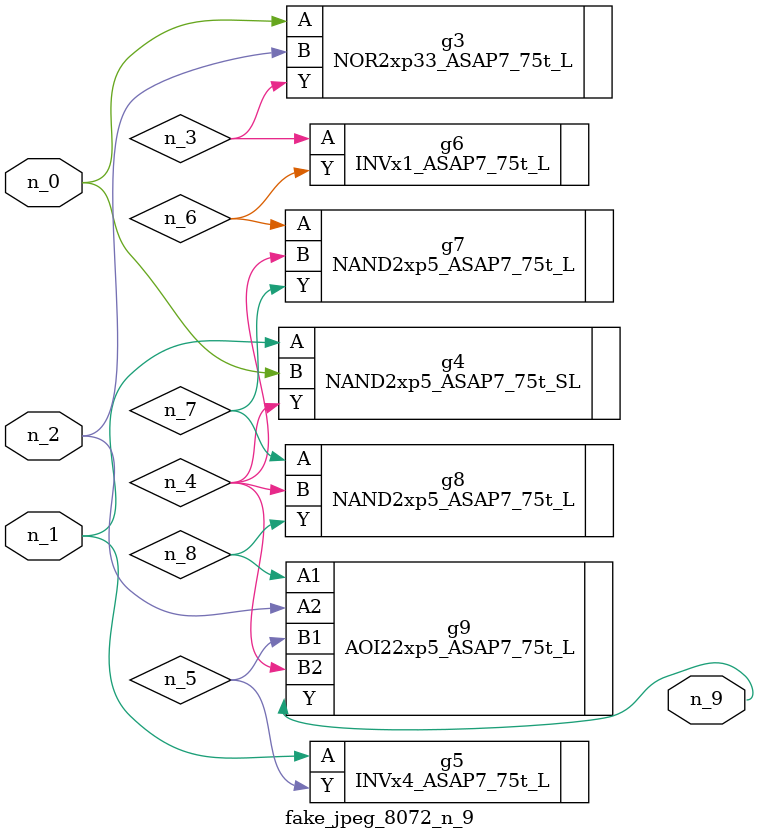
<source format=v>
module fake_jpeg_8072_n_9 (n_0, n_2, n_1, n_9);

input n_0;
input n_2;
input n_1;

output n_9;

wire n_3;
wire n_4;
wire n_8;
wire n_6;
wire n_5;
wire n_7;

NOR2xp33_ASAP7_75t_L g3 ( 
.A(n_0),
.B(n_2),
.Y(n_3)
);

NAND2xp5_ASAP7_75t_SL g4 ( 
.A(n_1),
.B(n_0),
.Y(n_4)
);

INVx4_ASAP7_75t_L g5 ( 
.A(n_1),
.Y(n_5)
);

INVx1_ASAP7_75t_L g6 ( 
.A(n_3),
.Y(n_6)
);

NAND2xp5_ASAP7_75t_L g7 ( 
.A(n_6),
.B(n_4),
.Y(n_7)
);

NAND2xp5_ASAP7_75t_L g8 ( 
.A(n_7),
.B(n_4),
.Y(n_8)
);

AOI22xp5_ASAP7_75t_L g9 ( 
.A1(n_8),
.A2(n_2),
.B1(n_5),
.B2(n_4),
.Y(n_9)
);


endmodule
</source>
